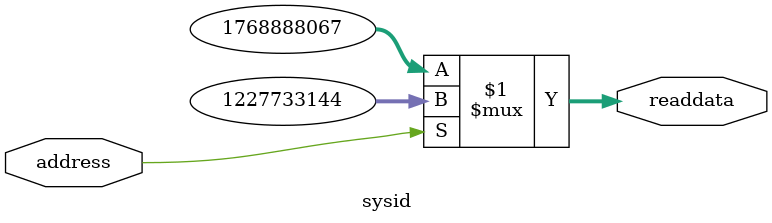
<source format=v>

`timescale 1ns / 1ps
// synthesis translate_on

// turn off superfluous verilog processor warnings 
// altera message_level Level1 
// altera message_off 10034 10035 10036 10037 10230 10240 10030 

module sysid (
               // inputs:
                address,

               // outputs:
                readdata
             )
;

  output  [ 31: 0] readdata;
  input            address;

  wire    [ 31: 0] readdata;
  //control_slave, which is an e_avalon_slave
  assign readdata = address ? 1227733144 : 1768888067;

endmodule


</source>
